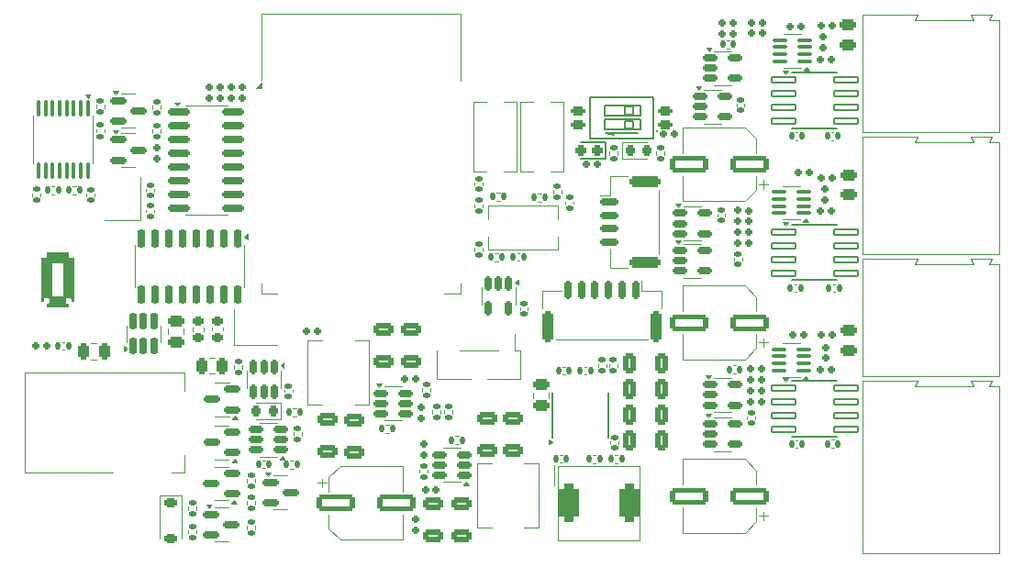
<source format=gbr>
%TF.GenerationSoftware,KiCad,Pcbnew,8.0.4*%
%TF.CreationDate,2025-02-12T03:18:48+01:00*%
%TF.ProjectId,SimpleLedController,53696d70-6c65-44c6-9564-436f6e74726f,A*%
%TF.SameCoordinates,Original*%
%TF.FileFunction,Legend,Top*%
%TF.FilePolarity,Positive*%
%FSLAX46Y46*%
G04 Gerber Fmt 4.6, Leading zero omitted, Abs format (unit mm)*
G04 Created by KiCad (PCBNEW 8.0.4) date 2025-02-12 03:18:48*
%MOMM*%
%LPD*%
G01*
G04 APERTURE LIST*
G04 Aperture macros list*
%AMRoundRect*
0 Rectangle with rounded corners*
0 $1 Rounding radius*
0 $2 $3 $4 $5 $6 $7 $8 $9 X,Y pos of 4 corners*
0 Add a 4 corners polygon primitive as box body*
4,1,4,$2,$3,$4,$5,$6,$7,$8,$9,$2,$3,0*
0 Add four circle primitives for the rounded corners*
1,1,$1+$1,$2,$3*
1,1,$1+$1,$4,$5*
1,1,$1+$1,$6,$7*
1,1,$1+$1,$8,$9*
0 Add four rect primitives between the rounded corners*
20,1,$1+$1,$2,$3,$4,$5,0*
20,1,$1+$1,$4,$5,$6,$7,0*
20,1,$1+$1,$6,$7,$8,$9,0*
20,1,$1+$1,$8,$9,$2,$3,0*%
G04 Aperture macros list end*
%ADD10C,0.120000*%
%ADD11C,0.150000*%
%ADD12RoundRect,0.100000X0.562500X0.100000X-0.562500X0.100000X-0.562500X-0.100000X0.562500X-0.100000X0*%
%ADD13RoundRect,0.462500X-0.462500X-1.287500X0.462500X-1.287500X0.462500X1.287500X-0.462500X1.287500X0*%
%ADD14C,1.296000*%
%ADD15RoundRect,0.135000X-0.135000X-0.185000X0.135000X-0.185000X0.135000X0.185000X-0.135000X0.185000X0*%
%ADD16RoundRect,0.140000X0.170000X-0.140000X0.170000X0.140000X-0.170000X0.140000X-0.170000X-0.140000X0*%
%ADD17R,1.000000X1.250000*%
%ADD18RoundRect,0.140000X-0.170000X0.140000X-0.170000X-0.140000X0.170000X-0.140000X0.170000X0.140000X0*%
%ADD19RoundRect,0.140000X0.140000X0.170000X-0.140000X0.170000X-0.140000X-0.170000X0.140000X-0.170000X0*%
%ADD20RoundRect,0.159000X-0.159000X-0.189000X0.159000X-0.189000X0.159000X0.189000X-0.159000X0.189000X0*%
%ADD21RoundRect,0.135000X-0.185000X0.135000X-0.185000X-0.135000X0.185000X-0.135000X0.185000X0.135000X0*%
%ADD22RoundRect,0.150000X-0.512500X-0.150000X0.512500X-0.150000X0.512500X0.150000X-0.512500X0.150000X0*%
%ADD23RoundRect,0.200000X0.450000X0.200000X-0.450000X0.200000X-0.450000X-0.200000X0.450000X-0.200000X0*%
%ADD24RoundRect,0.135000X0.185000X-0.135000X0.185000X0.135000X-0.185000X0.135000X-0.185000X-0.135000X0*%
%ADD25RoundRect,0.250000X-0.250000X-0.475000X0.250000X-0.475000X0.250000X0.475000X-0.250000X0.475000X0*%
%ADD26C,5.600000*%
%ADD27RoundRect,0.150000X-0.587500X-0.150000X0.587500X-0.150000X0.587500X0.150000X-0.587500X0.150000X0*%
%ADD28R,2.400000X3.100000*%
%ADD29RoundRect,0.070000X-1.100000X-0.250000X1.100000X-0.250000X1.100000X0.250000X-1.100000X0.250000X0*%
%ADD30C,0.740000*%
%ADD31C,0.770000*%
%ADD32RoundRect,0.159000X0.159000X0.189000X-0.159000X0.189000X-0.159000X-0.189000X0.159000X-0.189000X0*%
%ADD33RoundRect,0.135000X0.135000X0.185000X-0.135000X0.185000X-0.135000X-0.185000X0.135000X-0.185000X0*%
%ADD34RoundRect,0.266521X0.671479X-0.346479X0.671479X0.346479X-0.671479X0.346479X-0.671479X-0.346479X0*%
%ADD35RoundRect,0.250000X-0.475000X0.250000X-0.475000X-0.250000X0.475000X-0.250000X0.475000X0.250000X0*%
%ADD36RoundRect,0.266521X-0.671479X0.346479X-0.671479X-0.346479X0.671479X-0.346479X0.671479X0.346479X0*%
%ADD37RoundRect,0.266521X0.346479X0.671479X-0.346479X0.671479X-0.346479X-0.671479X0.346479X-0.671479X0*%
%ADD38RoundRect,0.159000X-0.189000X0.159000X-0.189000X-0.159000X0.189000X-0.159000X0.189000X0.159000X0*%
%ADD39RoundRect,0.159000X0.189000X-0.159000X0.189000X0.159000X-0.189000X0.159000X-0.189000X-0.159000X0*%
%ADD40RoundRect,0.150000X-0.150000X0.512500X-0.150000X-0.512500X0.150000X-0.512500X0.150000X0.512500X0*%
%ADD41RoundRect,0.150000X-0.825000X-0.150000X0.825000X-0.150000X0.825000X0.150000X-0.825000X0.150000X0*%
%ADD42RoundRect,0.140000X-0.140000X-0.170000X0.140000X-0.170000X0.140000X0.170000X-0.140000X0.170000X0*%
%ADD43R,2.500000X1.900000*%
%ADD44R,2.000000X4.500000*%
%ADD45O,2.000000X4.000000*%
%ADD46O,4.000000X2.000000*%
%ADD47R,3.960000X1.980000*%
%ADD48O,3.960000X1.980000*%
%ADD49RoundRect,0.150000X0.512500X0.150000X-0.512500X0.150000X-0.512500X-0.150000X0.512500X-0.150000X0*%
%ADD50RoundRect,0.225000X-0.375000X0.225000X-0.375000X-0.225000X0.375000X-0.225000X0.375000X0.225000X0*%
%ADD51RoundRect,0.267317X0.470683X-0.280683X0.470683X0.280683X-0.470683X0.280683X-0.470683X-0.280683X0*%
%ADD52RoundRect,0.225000X0.250000X-0.225000X0.250000X0.225000X-0.250000X0.225000X-0.250000X-0.225000X0*%
%ADD53R,1.500000X0.900000*%
%ADD54R,0.900000X1.500000*%
%ADD55C,0.600000*%
%ADD56R,3.900000X3.900000*%
%ADD57RoundRect,0.250000X1.500000X0.550000X-1.500000X0.550000X-1.500000X-0.550000X1.500000X-0.550000X0*%
%ADD58RoundRect,0.250000X-1.500000X-0.550000X1.500000X-0.550000X1.500000X0.550000X-1.500000X0.550000X0*%
%ADD59RoundRect,0.250000X0.250000X0.475000X-0.250000X0.475000X-0.250000X-0.475000X0.250000X-0.475000X0*%
%ADD60R,1.400000X0.300000*%
%ADD61R,1.400000X0.500000*%
%ADD62O,2.300000X1.300000*%
%ADD63O,2.100000X1.300000*%
%ADD64RoundRect,0.500000X-1.000000X2.000000X-1.000000X-2.000000X1.000000X-2.000000X1.000000X2.000000X0*%
%ADD65RoundRect,0.218750X0.218750X0.256250X-0.218750X0.256250X-0.218750X-0.256250X0.218750X-0.256250X0*%
%ADD66R,0.802000X1.505000*%
%ADD67R,3.502000X2.613000*%
%ADD68RoundRect,0.150000X0.587500X0.150000X-0.587500X0.150000X-0.587500X-0.150000X0.587500X-0.150000X0*%
%ADD69RoundRect,0.150000X0.150000X-0.650000X0.150000X0.650000X-0.150000X0.650000X-0.150000X-0.650000X0*%
%ADD70R,1.400000X1.200000*%
%ADD71RoundRect,0.239000X0.239000X0.274000X-0.239000X0.274000X-0.239000X-0.274000X0.239000X-0.274000X0*%
%ADD72RoundRect,0.150000X0.150000X0.700000X-0.150000X0.700000X-0.150000X-0.700000X0.150000X-0.700000X0*%
%ADD73RoundRect,0.250000X0.250000X1.150000X-0.250000X1.150000X-0.250000X-1.150000X0.250000X-1.150000X0*%
%ADD74RoundRect,0.218750X-0.218750X-0.256250X0.218750X-0.256250X0.218750X0.256250X-0.218750X0.256250X0*%
%ADD75R,1.250000X1.000000*%
%ADD76RoundRect,0.250000X0.475000X-0.250000X0.475000X0.250000X-0.475000X0.250000X-0.475000X-0.250000X0*%
%ADD77R,1.000000X2.510000*%
%ADD78R,1.200000X1.400000*%
%ADD79RoundRect,0.150000X-0.150000X0.725000X-0.150000X-0.725000X0.150000X-0.725000X0.150000X0.725000X0*%
%ADD80RoundRect,0.150000X-0.700000X0.150000X-0.700000X-0.150000X0.700000X-0.150000X0.700000X0.150000X0*%
%ADD81RoundRect,0.250000X-1.150000X0.250000X-1.150000X-0.250000X1.150000X-0.250000X1.150000X0.250000X0*%
%ADD82RoundRect,0.100000X-0.100000X0.637500X-0.100000X-0.637500X0.100000X-0.637500X0.100000X0.637500X0*%
G04 APERTURE END LIST*
D10*
%TO.C,U10*%
X170172283Y-77804861D02*
X169372283Y-77804861D01*
X170172283Y-77804861D02*
X170972283Y-77804861D01*
X170172283Y-80924861D02*
X169372283Y-80924861D01*
X170172283Y-80924861D02*
X170972283Y-80924861D01*
X171712283Y-81179861D02*
X171232283Y-81179861D01*
X171472283Y-80849861D01*
X171712283Y-81179861D01*
G36*
X171712283Y-81179861D02*
G01*
X171232283Y-81179861D01*
X171472283Y-80849861D01*
X171712283Y-81179861D01*
G37*
%TO.C,U7*%
X170183000Y-92295000D02*
X169383000Y-92295000D01*
X170183000Y-92295000D02*
X170983000Y-92295000D01*
X170183000Y-95415000D02*
X169383000Y-95415000D01*
X170183000Y-95415000D02*
X170983000Y-95415000D01*
X171723000Y-95670000D02*
X171243000Y-95670000D01*
X171483000Y-95340000D01*
X171723000Y-95670000D01*
G36*
X171723000Y-95670000D02*
G01*
X171243000Y-95670000D01*
X171483000Y-95340000D01*
X171723000Y-95670000D01*
G37*
%TO.C,U9*%
X170284600Y-63761202D02*
X169484600Y-63761202D01*
X170284600Y-63761202D02*
X171084600Y-63761202D01*
X170284600Y-66881202D02*
X169484600Y-66881202D01*
X170284600Y-66881202D02*
X171084600Y-66881202D01*
X171824600Y-67136202D02*
X171344600Y-67136202D01*
X171584600Y-66806202D01*
X171824600Y-67136202D01*
G36*
X171824600Y-67136202D02*
G01*
X171344600Y-67136202D01*
X171584600Y-66806202D01*
X171824600Y-67136202D01*
G37*
%TO.C,L3*%
X148278400Y-105488400D02*
X148278400Y-103608600D01*
X148658400Y-103668400D02*
X148658400Y-110508400D01*
X148658400Y-103668400D02*
X156198400Y-103668400D01*
X148658400Y-110508400D02*
X156198400Y-110508400D01*
X156198400Y-103668400D02*
X156198400Y-110508400D01*
%TO.C,R20*%
X132726959Y-99825000D02*
X133034241Y-99825000D01*
X132726959Y-100585000D02*
X133034241Y-100585000D01*
%TO.C,C87*%
X165124000Y-70470436D02*
X165124000Y-70254764D01*
X165844000Y-70470436D02*
X165844000Y-70254764D01*
%TO.C,SW4*%
X140852600Y-70081000D02*
X140852600Y-76481000D01*
X140852600Y-76481000D02*
X142052600Y-76481000D01*
X142052600Y-70081000D02*
X140852600Y-70081000D01*
X143652600Y-76481000D02*
X144852600Y-76481000D01*
X144852600Y-70081000D02*
X143652600Y-70081000D01*
X144852600Y-76481000D02*
X144852600Y-70081000D01*
%TO.C,C31*%
X110648133Y-80031164D02*
X110648133Y-80246836D01*
X111368133Y-80031164D02*
X111368133Y-80246836D01*
%TO.C,C86*%
X170773436Y-72862202D02*
X170557764Y-72862202D01*
X170773436Y-73582202D02*
X170557764Y-73582202D01*
%TO.C,R48*%
X153406600Y-74651359D02*
X153406600Y-74958641D01*
X154166600Y-74651359D02*
X154166600Y-74958641D01*
%TO.C,U32*%
X161019100Y-83151000D02*
X160219100Y-83151000D01*
X161019100Y-83151000D02*
X161819100Y-83151000D01*
X161019100Y-86271000D02*
X160219100Y-86271000D01*
X161019100Y-86271000D02*
X161819100Y-86271000D01*
X159719100Y-83201000D02*
X159479100Y-82871000D01*
X159959100Y-82871000D01*
X159719100Y-83201000D01*
G36*
X159719100Y-83201000D02*
G01*
X159479100Y-82871000D01*
X159959100Y-82871000D01*
X159719100Y-83201000D01*
G37*
D11*
%TO.C,S1*%
X151636600Y-69603000D02*
X151636600Y-73403000D01*
X151636600Y-73403000D02*
X157436600Y-73403000D01*
X152936600Y-70403000D02*
X156236600Y-70403000D01*
X152936600Y-71303000D02*
X152936600Y-70403000D01*
X152936600Y-71703000D02*
X156236600Y-71703000D01*
X152936600Y-72603000D02*
X152936600Y-71703000D01*
X153036600Y-72903000D02*
X153836600Y-73103000D01*
X154836600Y-70503000D02*
X154836600Y-71203000D01*
X154836600Y-71203000D02*
X155536600Y-71203000D01*
X154836600Y-71803000D02*
X154836600Y-72503000D01*
X154836600Y-72503000D02*
X155536600Y-72503000D01*
X155536600Y-70503000D02*
X154836600Y-70503000D01*
X155536600Y-71203000D02*
X155536600Y-70503000D01*
X155536600Y-71803000D02*
X154836600Y-71803000D01*
X155536600Y-72503000D02*
X155536600Y-71803000D01*
X156036600Y-72903000D02*
X153036600Y-72903000D01*
X156236600Y-70403000D02*
X156236600Y-71303000D01*
X156236600Y-71303000D02*
X152936600Y-71303000D01*
X156236600Y-71703000D02*
X156236600Y-72603000D01*
X156236600Y-72603000D02*
X152936600Y-72603000D01*
X157436600Y-69603000D02*
X151636600Y-69603000D01*
X157436600Y-73403000D02*
X157436600Y-69603000D01*
X157816600Y-72753000D02*
G75*
G02*
X157756600Y-72753000I-30000J0D01*
G01*
X157756600Y-72753000D02*
G75*
G02*
X157816600Y-72753000I30000J0D01*
G01*
D10*
%TO.C,R13*%
X148208907Y-78514641D02*
X148208907Y-78207359D01*
X148968907Y-78514641D02*
X148968907Y-78207359D01*
%TO.C,C4*%
X116444348Y-93683000D02*
X116966852Y-93683000D01*
X116444348Y-95153000D02*
X116966852Y-95153000D01*
%TO.C,Q9*%
X117582500Y-107509203D02*
X116932500Y-107509203D01*
X117582500Y-107509203D02*
X118232500Y-107509203D01*
X117582500Y-110629203D02*
X116932500Y-110629203D01*
X117582500Y-110629203D02*
X118232500Y-110629203D01*
X116420000Y-107559203D02*
X116180000Y-107229203D01*
X116660000Y-107229203D01*
X116420000Y-107559203D01*
G36*
X116420000Y-107559203D02*
G01*
X116180000Y-107229203D01*
X116660000Y-107229203D01*
X116420000Y-107559203D01*
G37*
%TO.C,U25*%
X163813100Y-95536000D02*
X163013100Y-95536000D01*
X163813100Y-95536000D02*
X164613100Y-95536000D01*
X163813100Y-98656000D02*
X163013100Y-98656000D01*
X163813100Y-98656000D02*
X164613100Y-98656000D01*
X162513100Y-95586000D02*
X162273100Y-95256000D01*
X162753100Y-95256000D01*
X162513100Y-95586000D01*
G36*
X162513100Y-95586000D02*
G01*
X162273100Y-95256000D01*
X162753100Y-95256000D01*
X162513100Y-95586000D01*
G37*
%TO.C,R3*%
X118761153Y-94352223D02*
X118761153Y-94659505D01*
X119521153Y-94352223D02*
X119521153Y-94659505D01*
%TO.C,C92*%
X163326100Y-80412164D02*
X163326100Y-80627836D01*
X164046100Y-80412164D02*
X164046100Y-80627836D01*
D11*
%TO.C,U24*%
X170229251Y-95794612D02*
X174379251Y-95794612D01*
X170229251Y-100944612D02*
X174379251Y-100944612D01*
D10*
X169629251Y-95894612D02*
X169389251Y-95564612D01*
X169869251Y-95564612D01*
X169629251Y-95894612D01*
G36*
X169629251Y-95894612D02*
G01*
X169389251Y-95564612D01*
X169869251Y-95564612D01*
X169629251Y-95894612D01*
G37*
%TO.C,R19*%
X139485529Y-100909800D02*
X139178247Y-100909800D01*
X139485529Y-101669800D02*
X139178247Y-101669800D01*
%TO.C,R9*%
X146762959Y-78489000D02*
X147070241Y-78489000D01*
X146762959Y-79249000D02*
X147070241Y-79249000D01*
%TO.C,R1*%
X135877088Y-104296241D02*
X135877088Y-103988959D01*
X136637088Y-104296241D02*
X136637088Y-103988959D01*
%TO.C,C1*%
X105145600Y-78750836D02*
X105145600Y-78535164D01*
X105865600Y-78750836D02*
X105865600Y-78535164D01*
%TO.C,C54*%
X146359400Y-96856748D02*
X146359400Y-97379252D01*
X147829400Y-96856748D02*
X147829400Y-97379252D01*
%TO.C,Q4*%
X123040600Y-104553000D02*
X122390600Y-104553000D01*
X123040600Y-104553000D02*
X123690600Y-104553000D01*
X123040600Y-107673000D02*
X122390600Y-107673000D01*
X123040600Y-107673000D02*
X123690600Y-107673000D01*
X121878100Y-104603000D02*
X121638100Y-104273000D01*
X122118100Y-104273000D01*
X121878100Y-104603000D01*
G36*
X121878100Y-104603000D02*
G01*
X121638100Y-104273000D01*
X122118100Y-104273000D01*
X121878100Y-104603000D01*
G37*
%TO.C,R25*%
X152350600Y-94546641D02*
X152350600Y-94239359D01*
X153110600Y-94546641D02*
X153110600Y-94239359D01*
%TO.C,U2*%
X119956600Y-95633000D02*
X119956600Y-94833000D01*
X119956600Y-95633000D02*
X119956600Y-96433000D01*
X123076600Y-95633000D02*
X123076600Y-94833000D01*
X123076600Y-95633000D02*
X123076600Y-96433000D01*
X123356600Y-94573000D02*
X123026600Y-94333000D01*
X123356600Y-94093000D01*
X123356600Y-94573000D01*
G36*
X123356600Y-94573000D02*
G01*
X123026600Y-94333000D01*
X123356600Y-94093000D01*
X123356600Y-94573000D01*
G37*
%TO.C,U18*%
X116182600Y-70380000D02*
X114232600Y-70380000D01*
X116182600Y-70380000D02*
X118132600Y-70380000D01*
X116182600Y-80500000D02*
X114232600Y-80500000D01*
X116182600Y-80500000D02*
X118132600Y-80500000D01*
X113482600Y-70435000D02*
X113242600Y-70105000D01*
X113722600Y-70105000D01*
X113482600Y-70435000D01*
G36*
X113482600Y-70435000D02*
G01*
X113242600Y-70105000D01*
X113722600Y-70105000D01*
X113482600Y-70435000D01*
G37*
%TO.C,C55*%
X149066764Y-94511000D02*
X149282436Y-94511000D01*
X149066764Y-95231000D02*
X149282436Y-95231000D01*
%TO.C,R21*%
X151836959Y-102613000D02*
X152144241Y-102613000D01*
X151836959Y-103373000D02*
X152144241Y-103373000D01*
%TO.C,R17*%
X140948600Y-83848641D02*
X140948600Y-83541359D01*
X141708600Y-83848641D02*
X141708600Y-83541359D01*
%TO.C,L1*%
X125514600Y-92038000D02*
X126864600Y-92038000D01*
X125514600Y-97958000D02*
X125514600Y-92038000D01*
X125514600Y-97958000D02*
X126864600Y-97958000D01*
X131234600Y-92038000D02*
X129884600Y-92038000D01*
X131234600Y-97958000D02*
X129884600Y-97958000D01*
X131234600Y-97958000D02*
X131234600Y-92038000D01*
%TO.C,R43*%
X124249100Y-100559359D02*
X124249100Y-100866641D01*
X125009100Y-100559359D02*
X125009100Y-100866641D01*
%TO.C,J1*%
X99468600Y-95042000D02*
X99468600Y-104282000D01*
X99468600Y-104282000D02*
X107588600Y-104282000D01*
X112988600Y-104282000D02*
X114208600Y-104282000D01*
X114208600Y-95042000D02*
X99468600Y-95042000D01*
X114208600Y-96712000D02*
X114208600Y-95042000D01*
X114208600Y-104282000D02*
X114208600Y-102612000D01*
%TO.C,C53*%
X151052764Y-94508000D02*
X151268436Y-94508000D01*
X151052764Y-95228000D02*
X151268436Y-95228000D01*
%TO.C,J5*%
X176771941Y-95774714D02*
X176771941Y-111674714D01*
X176771941Y-111674714D02*
X189371941Y-111674714D01*
X181571941Y-96274714D02*
X181821941Y-95774714D01*
X181821941Y-95774714D02*
X176771941Y-95774714D01*
X186721941Y-95774714D02*
X186971941Y-96274714D01*
X186971941Y-96274714D02*
X181571941Y-96274714D01*
X188421941Y-96274714D02*
X188721941Y-95774714D01*
X188721941Y-95774714D02*
X186721941Y-95774714D01*
X189371941Y-96274714D02*
X188421941Y-96274714D01*
X189371941Y-111674714D02*
X189371941Y-96274714D01*
%TO.C,C12*%
X137062400Y-98527359D02*
X137062400Y-98834641D01*
X137822400Y-98527359D02*
X137822400Y-98834641D01*
%TO.C,C13*%
X149350600Y-79484836D02*
X149350600Y-79269164D01*
X150070600Y-79484836D02*
X150070600Y-79269164D01*
%TO.C,U5*%
X138870300Y-102015800D02*
X138070300Y-102015800D01*
X138870300Y-102015800D02*
X139670300Y-102015800D01*
X138870300Y-105135800D02*
X138070300Y-105135800D01*
X138870300Y-105135800D02*
X139670300Y-105135800D01*
X140410300Y-105415800D02*
X139930300Y-105415800D01*
X140170300Y-105085800D01*
X140410300Y-105415800D01*
G36*
X140410300Y-105415800D02*
G01*
X139930300Y-105415800D01*
X140170300Y-105085800D01*
X140410300Y-105415800D01*
G37*
%TO.C,R15*%
X143126119Y-83986511D02*
X142818837Y-83986511D01*
X143126119Y-84746511D02*
X142818837Y-84746511D01*
%TO.C,D4*%
X111880600Y-106355000D02*
X111880600Y-110365000D01*
X113880600Y-106355000D02*
X111880600Y-106355000D01*
X113880600Y-106355000D02*
X113880600Y-110365000D01*
%TO.C,C93*%
X164895400Y-84450764D02*
X164895400Y-84666436D01*
X165615400Y-84450764D02*
X165615400Y-84666436D01*
%TO.C,C90*%
X174014764Y-86891000D02*
X174230436Y-86891000D01*
X174014764Y-87611000D02*
X174230436Y-87611000D01*
%TO.C,U8*%
X141587200Y-87993100D02*
X141587200Y-87193100D01*
X141587200Y-87993100D02*
X141587200Y-88793100D01*
X144707200Y-87993100D02*
X144707200Y-87193100D01*
X144707200Y-87993100D02*
X144707200Y-88793100D01*
X144987200Y-86933100D02*
X144657200Y-86693100D01*
X144987200Y-86453100D01*
X144987200Y-86933100D01*
G36*
X144987200Y-86933100D02*
G01*
X144657200Y-86693100D01*
X144987200Y-86453100D01*
X144987200Y-86933100D01*
G37*
%TO.C,U29*%
X163862500Y-65371000D02*
X163062500Y-65371000D01*
X163862500Y-65371000D02*
X164662500Y-65371000D01*
X163862500Y-68491000D02*
X163062500Y-68491000D01*
X163862500Y-68491000D02*
X164662500Y-68491000D01*
X162562500Y-65421000D02*
X162322500Y-65091000D01*
X162802500Y-65091000D01*
X162562500Y-65421000D01*
G36*
X162562500Y-65421000D02*
G01*
X162322500Y-65091000D01*
X162802500Y-65091000D01*
X162562500Y-65421000D01*
G37*
%TO.C,SW1*%
X145170600Y-70081000D02*
X145170600Y-76481000D01*
X145170600Y-76481000D02*
X146370600Y-76481000D01*
X146370600Y-70081000D02*
X145170600Y-70081000D01*
X147970600Y-76481000D02*
X149170600Y-76481000D01*
X149170600Y-70081000D02*
X147970600Y-70081000D01*
X149170600Y-76481000D02*
X149170600Y-70081000D01*
%TO.C,C44*%
X121408764Y-103147000D02*
X121624436Y-103147000D01*
X121408764Y-103867000D02*
X121624436Y-103867000D01*
%TO.C,C33*%
X114910600Y-91181580D02*
X114910600Y-90900420D01*
X115930600Y-91181580D02*
X115930600Y-90900420D01*
%TO.C,C80*%
X173887764Y-101242000D02*
X174103436Y-101242000D01*
X173887764Y-101962000D02*
X174103436Y-101962000D01*
%TO.C,R18*%
X142952959Y-78424000D02*
X143260241Y-78424000D01*
X142952959Y-79184000D02*
X143260241Y-79184000D01*
%TO.C,C91*%
X170667936Y-86891000D02*
X170452264Y-86891000D01*
X170667936Y-87611000D02*
X170452264Y-87611000D01*
%TO.C,U22*%
X121262808Y-61932820D02*
X121262808Y-68132820D01*
X121262808Y-61932820D02*
X139662808Y-61932820D01*
X121262808Y-86782820D02*
X121262808Y-87782820D01*
X121262808Y-87782820D02*
X122762808Y-87782820D01*
X139662808Y-61932820D02*
X139662808Y-68132820D01*
X139662808Y-87782820D02*
X138162808Y-87782820D01*
X139662808Y-87782820D02*
X139662808Y-86782820D01*
X121262808Y-68807820D02*
X120762808Y-68807820D01*
X121262808Y-68307820D01*
X121262808Y-68807820D01*
G36*
X121262808Y-68807820D02*
G01*
X120762808Y-68807820D01*
X121262808Y-68307820D01*
X121262808Y-68807820D01*
G37*
%TO.C,C79*%
X160143600Y-103018000D02*
X160143600Y-105368000D01*
X160143600Y-109838000D02*
X160143600Y-107488000D01*
X165899163Y-103018000D02*
X160143600Y-103018000D01*
X165899163Y-109838000D02*
X160143600Y-109838000D01*
X166963600Y-104082437D02*
X165899163Y-103018000D01*
X166963600Y-104082437D02*
X166963600Y-105368000D01*
X166963600Y-108773563D02*
X165899163Y-109838000D01*
X166963600Y-108773563D02*
X166963600Y-107488000D01*
X167597350Y-108669250D02*
X167597350Y-107881750D01*
X167991100Y-108275500D02*
X167203600Y-108275500D01*
%TO.C,R22*%
X106027816Y-70333359D02*
X106027816Y-70640641D01*
X106787816Y-70333359D02*
X106787816Y-70640641D01*
%TO.C,C81*%
X170773436Y-101281612D02*
X170557764Y-101281612D01*
X170773436Y-102001612D02*
X170557764Y-102001612D01*
%TO.C,R28*%
X123902959Y-103127000D02*
X124210241Y-103127000D01*
X123902959Y-103887000D02*
X124210241Y-103887000D01*
%TO.C,C88*%
X164233164Y-64386600D02*
X164448836Y-64386600D01*
X164233164Y-65106600D02*
X164448836Y-65106600D01*
%TO.C,C3*%
X102882764Y-92225000D02*
X103098436Y-92225000D01*
X102882764Y-92945000D02*
X103098436Y-92945000D01*
%TO.C,R31*%
X153868959Y-102613000D02*
X154176241Y-102613000D01*
X153868959Y-103373000D02*
X154176241Y-103373000D01*
%TO.C,C46*%
X153495600Y-101625836D02*
X153495600Y-101410164D01*
X154215600Y-101625836D02*
X154215600Y-101410164D01*
%TO.C,C29*%
X126477100Y-105215500D02*
X127264600Y-105215500D01*
X126870850Y-104821750D02*
X126870850Y-105609250D01*
X127504600Y-104717437D02*
X127504600Y-106003000D01*
X127504600Y-104717437D02*
X128569037Y-103653000D01*
X127504600Y-109408563D02*
X127504600Y-108123000D01*
X127504600Y-109408563D02*
X128569037Y-110473000D01*
X128569037Y-103653000D02*
X134324600Y-103653000D01*
X128569037Y-110473000D02*
X134324600Y-110473000D01*
X134324600Y-103653000D02*
X134324600Y-106003000D01*
X134324600Y-110473000D02*
X134324600Y-108123000D01*
%TO.C,R36*%
X111230600Y-72621359D02*
X111230600Y-72928641D01*
X111990600Y-72621359D02*
X111990600Y-72928641D01*
%TO.C,C45*%
X106080652Y-92358000D02*
X105558148Y-92358000D01*
X106080652Y-93828000D02*
X105558148Y-93828000D01*
%TO.C,R42*%
X119945100Y-104877359D02*
X119945100Y-105184641D01*
X120705100Y-104877359D02*
X120705100Y-105184641D01*
%TO.C,R39*%
X119945100Y-106909359D02*
X119945100Y-107216641D01*
X120705100Y-106909359D02*
X120705100Y-107216641D01*
%TO.C,D2*%
X120759256Y-99326914D02*
X123044256Y-99326914D01*
X123044256Y-97856914D02*
X120759256Y-97856914D01*
X123044256Y-99326914D02*
X123044256Y-97856914D01*
D11*
%TO.C,U20*%
X148151600Y-101010000D02*
X148151600Y-96860000D01*
X153301600Y-101010000D02*
X153301600Y-96860000D01*
D10*
X148151600Y-101435000D02*
X147821600Y-101675000D01*
X147821600Y-101195000D01*
X148151600Y-101435000D01*
G36*
X148151600Y-101435000D02*
G01*
X147821600Y-101675000D01*
X147821600Y-101195000D01*
X148151600Y-101435000D01*
G37*
%TO.C,Q10*%
X117628100Y-99915000D02*
X116978100Y-99915000D01*
X117628100Y-99915000D02*
X118278100Y-99915000D01*
X117628100Y-103035000D02*
X116978100Y-103035000D01*
X117628100Y-103035000D02*
X118278100Y-103035000D01*
X119030600Y-103315000D02*
X118550600Y-103315000D01*
X118790600Y-102985000D01*
X119030600Y-103315000D01*
G36*
X119030600Y-103315000D02*
G01*
X118550600Y-103315000D01*
X118790600Y-102985000D01*
X119030600Y-103315000D01*
G37*
%TO.C,Q7*%
X108992100Y-72956000D02*
X108342100Y-72956000D01*
X108992100Y-72956000D02*
X109642100Y-72956000D01*
X108992100Y-76076000D02*
X108342100Y-76076000D01*
X108992100Y-76076000D02*
X109642100Y-76076000D01*
X107829600Y-73006000D02*
X107589600Y-72676000D01*
X108069600Y-72676000D01*
X107829600Y-73006000D01*
G36*
X107829600Y-73006000D02*
G01*
X107589600Y-72676000D01*
X108069600Y-72676000D01*
X107829600Y-73006000D01*
G37*
%TO.C,U28*%
X162924100Y-68927000D02*
X162124100Y-68927000D01*
X162924100Y-68927000D02*
X163724100Y-68927000D01*
X162924100Y-72047000D02*
X162124100Y-72047000D01*
X162924100Y-72047000D02*
X163724100Y-72047000D01*
X161624100Y-68977000D02*
X161384100Y-68647000D01*
X161864100Y-68647000D01*
X161624100Y-68977000D01*
G36*
X161624100Y-68977000D02*
G01*
X161384100Y-68647000D01*
X161864100Y-68647000D01*
X161624100Y-68977000D01*
G37*
%TO.C,R35*%
X111230600Y-70434959D02*
X111230600Y-70742241D01*
X111990600Y-70434959D02*
X111990600Y-70742241D01*
%TO.C,U4*%
X108846600Y-91449000D02*
X108846600Y-90674000D01*
X108846600Y-91449000D02*
X108846600Y-92224000D01*
X111966600Y-91449000D02*
X111966600Y-90674000D01*
X111966600Y-91449000D02*
X111966600Y-92224000D01*
X108896600Y-92811500D02*
X108566600Y-93051500D01*
X108566600Y-92571500D01*
X108896600Y-92811500D01*
G36*
X108896600Y-92811500D02*
G01*
X108566600Y-93051500D01*
X108566600Y-92571500D01*
X108896600Y-92811500D01*
G37*
%TO.C,Q6*%
X108992100Y-69334000D02*
X108342100Y-69334000D01*
X108992100Y-69334000D02*
X109642100Y-69334000D01*
X108992100Y-72454000D02*
X108342100Y-72454000D01*
X108992100Y-72454000D02*
X109642100Y-72454000D01*
X107829600Y-69384000D02*
X107589600Y-69054000D01*
X108069600Y-69054000D01*
X107829600Y-69384000D01*
G36*
X107829600Y-69384000D02*
G01*
X107589600Y-69054000D01*
X108069600Y-69054000D01*
X107829600Y-69384000D01*
G37*
%TO.C,R16*%
X140948600Y-79814641D02*
X140948600Y-79507359D01*
X141708600Y-79814641D02*
X141708600Y-79507359D01*
%TO.C,C16*%
X145094036Y-83995400D02*
X144878364Y-83995400D01*
X145094036Y-84715400D02*
X144878364Y-84715400D01*
%TO.C,C2*%
X123417200Y-96635269D02*
X123417200Y-96850941D01*
X124137200Y-96635269D02*
X124137200Y-96850941D01*
%TO.C,R24*%
X153366600Y-94239359D02*
X153366600Y-94546641D01*
X154126600Y-94239359D02*
X154126600Y-94546641D01*
%TO.C,C50*%
X148812764Y-102639000D02*
X149028436Y-102639000D01*
X148812764Y-103359000D02*
X149028436Y-103359000D01*
%TO.C,L2*%
X141161000Y-103391800D02*
X141161000Y-109311800D01*
X141161000Y-103391800D02*
X142511000Y-103391800D01*
X141161000Y-109311800D02*
X142511000Y-109311800D01*
X146881000Y-103391800D02*
X145531000Y-103391800D01*
X146881000Y-103391800D02*
X146881000Y-109311800D01*
X146881000Y-109311800D02*
X145531000Y-109311800D01*
%TO.C,R6*%
X102184241Y-77813000D02*
X101876959Y-77813000D01*
X102184241Y-78573000D02*
X101876959Y-78573000D01*
%TO.C,Y2*%
X118754600Y-89182400D02*
X118754600Y-92482400D01*
X118754600Y-92482400D02*
X122754600Y-92482400D01*
%TO.C,R23*%
X106038447Y-72874900D02*
X106038447Y-72567618D01*
X106798447Y-72874900D02*
X106798447Y-72567618D01*
%TO.C,R4*%
X100150600Y-78489359D02*
X100150600Y-78796641D01*
X100910600Y-78489359D02*
X100910600Y-78796641D01*
%TO.C,C83*%
X166114600Y-99131964D02*
X166114600Y-99347636D01*
X166834600Y-99131964D02*
X166834600Y-99347636D01*
D11*
%TO.C,D3*%
X150716600Y-75281000D02*
X153006600Y-75281000D01*
X153006600Y-73821000D02*
X150716600Y-73821000D01*
X153006600Y-75281000D02*
X153006600Y-73821000D01*
D10*
%TO.C,C85*%
X173859764Y-72862202D02*
X174075436Y-72862202D01*
X173859764Y-73582202D02*
X174075436Y-73582202D01*
%TO.C,C84*%
X160143600Y-72411000D02*
X160143600Y-74761000D01*
X160143600Y-79231000D02*
X160143600Y-76881000D01*
X165899163Y-72411000D02*
X160143600Y-72411000D01*
X165899163Y-79231000D02*
X160143600Y-79231000D01*
X166963600Y-73475437D02*
X165899163Y-72411000D01*
X166963600Y-73475437D02*
X166963600Y-74761000D01*
X166963600Y-78166563D02*
X165899163Y-79231000D01*
X166963600Y-78166563D02*
X166963600Y-76881000D01*
X167597350Y-78062250D02*
X167597350Y-77274750D01*
X167991100Y-77668500D02*
X167203600Y-77668500D01*
%TO.C,Q3*%
X117655800Y-95966700D02*
X117005800Y-95966700D01*
X117655800Y-95966700D02*
X118305800Y-95966700D01*
X117655800Y-99086700D02*
X117005800Y-99086700D01*
X117655800Y-99086700D02*
X118305800Y-99086700D01*
X119058300Y-99366700D02*
X118578300Y-99366700D01*
X118818300Y-99036700D01*
X119058300Y-99366700D01*
G36*
X119058300Y-99366700D02*
G01*
X118578300Y-99366700D01*
X118818300Y-99036700D01*
X119058300Y-99366700D01*
G37*
%TO.C,C30*%
X110648133Y-78314436D02*
X110648133Y-78098764D01*
X111368133Y-78314436D02*
X111368133Y-78098764D01*
%TO.C,J6*%
X147197400Y-87499200D02*
X148997400Y-87499200D01*
X147197400Y-89099200D02*
X147197400Y-87499200D01*
X156367400Y-87499200D02*
X156367400Y-86559200D01*
X156897400Y-91969200D02*
X148467400Y-91969200D01*
X158167400Y-87499200D02*
X156367400Y-87499200D01*
X158167400Y-89099200D02*
X158167400Y-87499200D01*
%TO.C,D1*%
X154587600Y-73816000D02*
X154587600Y-75286000D01*
X154587600Y-75286000D02*
X156872600Y-75286000D01*
X156872600Y-73816000D02*
X154587600Y-73816000D01*
%TO.C,SW3*%
X142192600Y-79663000D02*
X142192600Y-80863000D01*
X142192600Y-82463000D02*
X142192600Y-83663000D01*
X142192600Y-83663000D02*
X148592600Y-83663000D01*
X148592600Y-79663000D02*
X142192600Y-79663000D01*
X148592600Y-80863000D02*
X148592600Y-79663000D01*
X148592600Y-83663000D02*
X148592600Y-82463000D01*
%TO.C,J14*%
X176761941Y-73274898D02*
X176761941Y-84124898D01*
X176761941Y-84124898D02*
X189361941Y-84124898D01*
X181561941Y-73774898D02*
X181861941Y-73274898D01*
X181861941Y-73274898D02*
X176761941Y-73274898D01*
X186711941Y-73274898D02*
X186961941Y-73774898D01*
X186761941Y-73274898D02*
X186711941Y-73274898D01*
X186961941Y-73774898D02*
X181561941Y-73774898D01*
X188411941Y-73774898D02*
X188661941Y-73274898D01*
X188661941Y-73274898D02*
X186761941Y-73274898D01*
X189361941Y-73774898D02*
X188411941Y-73774898D01*
X189361941Y-84124898D02*
X189361941Y-73774898D01*
%TO.C,R5*%
X103844959Y-77813000D02*
X104152241Y-77813000D01*
X103844959Y-78573000D02*
X104152241Y-78573000D01*
%TO.C,C43*%
X112653600Y-91510252D02*
X112653600Y-90987748D01*
X114123600Y-91510252D02*
X114123600Y-90987748D01*
%TO.C,U6*%
X133401055Y-96337663D02*
X132601055Y-96337663D01*
X133401055Y-96337663D02*
X134201055Y-96337663D01*
X133401055Y-99457663D02*
X132601055Y-99457663D01*
X133401055Y-99457663D02*
X134201055Y-99457663D01*
X132101055Y-96387663D02*
X131861055Y-96057663D01*
X132341055Y-96057663D01*
X132101055Y-96387663D01*
G36*
X132101055Y-96387663D02*
G01*
X131861055Y-96057663D01*
X132341055Y-96057663D01*
X132101055Y-96387663D01*
G37*
%TO.C,J4*%
X137458600Y-92963000D02*
X137458600Y-95623000D01*
X138028600Y-95623000D02*
X137458600Y-95623000D01*
X140568600Y-95623000D02*
X137458600Y-95623000D01*
X143108600Y-92963000D02*
X139548600Y-92963000D01*
X144628600Y-92963000D02*
X144628600Y-91443000D01*
X145198600Y-92963000D02*
X144628600Y-92963000D01*
X145198600Y-92963000D02*
X145198600Y-95623000D01*
X145198600Y-95623000D02*
X142088600Y-95623000D01*
%TO.C,J13*%
X176761941Y-62029990D02*
X176761941Y-72879990D01*
X176761941Y-72879990D02*
X189361941Y-72879990D01*
X181561941Y-62529990D02*
X181861941Y-62029990D01*
X181861941Y-62029990D02*
X176761941Y-62029990D01*
X186711941Y-62029990D02*
X186961941Y-62529990D01*
X186761941Y-62029990D02*
X186711941Y-62029990D01*
X186961941Y-62529990D02*
X181561941Y-62529990D01*
X188411941Y-62529990D02*
X188661941Y-62029990D01*
X188661941Y-62029990D02*
X186761941Y-62029990D01*
X189361941Y-62529990D02*
X188411941Y-62529990D01*
X189361941Y-72879990D02*
X189361941Y-62529990D01*
%TO.C,U1*%
X121903100Y-99661000D02*
X121103100Y-99661000D01*
X121903100Y-99661000D02*
X122703100Y-99661000D01*
X121903100Y-102781000D02*
X121103100Y-102781000D01*
X121903100Y-102781000D02*
X122703100Y-102781000D01*
X123443100Y-103061000D02*
X122963100Y-103061000D01*
X123203100Y-102731000D01*
X123443100Y-103061000D01*
G36*
X123443100Y-103061000D02*
G01*
X122963100Y-103061000D01*
X123203100Y-102731000D01*
X123443100Y-103061000D01*
G37*
%TO.C,R41*%
X119947100Y-109502641D02*
X119947100Y-109195359D01*
X120707100Y-109502641D02*
X120707100Y-109195359D01*
%TO.C,C17*%
X140968600Y-77519164D02*
X140968600Y-77734836D01*
X141688600Y-77519164D02*
X141688600Y-77734836D01*
%TO.C,J12*%
X176761941Y-84519806D02*
X176761941Y-95369806D01*
X176761941Y-95369806D02*
X189361941Y-95369806D01*
X181561941Y-85019806D02*
X181861941Y-84519806D01*
X181861941Y-84519806D02*
X176761941Y-84519806D01*
X186711941Y-84519806D02*
X186961941Y-85019806D01*
X186761941Y-84519806D02*
X186711941Y-84519806D01*
X186961941Y-85019806D02*
X181561941Y-85019806D01*
X188411941Y-85019806D02*
X188661941Y-84519806D01*
X188661941Y-84519806D02*
X186761941Y-84519806D01*
X189361941Y-85019806D02*
X188411941Y-85019806D01*
X189361941Y-95369806D02*
X189361941Y-85019806D01*
%TO.C,R40*%
X114532600Y-107415359D02*
X114532600Y-107722641D01*
X115292600Y-107415359D02*
X115292600Y-107722641D01*
%TO.C,C15*%
X145142800Y-89246536D02*
X145142800Y-89030864D01*
X145862800Y-89246536D02*
X145862800Y-89030864D01*
D11*
%TO.C,U27*%
X170229251Y-67374000D02*
X174379251Y-67374000D01*
X170229251Y-72524000D02*
X174379251Y-72524000D01*
D10*
X169629251Y-67474000D02*
X169389251Y-67144000D01*
X169869251Y-67144000D01*
X169629251Y-67474000D01*
G36*
X169629251Y-67474000D02*
G01*
X169389251Y-67144000D01*
X169869251Y-67144000D01*
X169629251Y-67474000D01*
G37*
%TO.C,Y1*%
X106833400Y-80968600D02*
X110133400Y-80968600D01*
X110133400Y-80968600D02*
X110133400Y-76968600D01*
%TO.C,U26*%
X163813100Y-99158000D02*
X163013100Y-99158000D01*
X163813100Y-99158000D02*
X164613100Y-99158000D01*
X163813100Y-102278000D02*
X163013100Y-102278000D01*
X163813100Y-102278000D02*
X164613100Y-102278000D01*
X162513100Y-99208000D02*
X162273100Y-98878000D01*
X162753100Y-98878000D01*
X162513100Y-99208000D01*
G36*
X162513100Y-99208000D02*
G01*
X162273100Y-98878000D01*
X162753100Y-98878000D01*
X162513100Y-99208000D01*
G37*
%TO.C,Q5*%
X117598448Y-103713693D02*
X116948448Y-103713693D01*
X117598448Y-103713693D02*
X118248448Y-103713693D01*
X117598448Y-106833693D02*
X116948448Y-106833693D01*
X117598448Y-106833693D02*
X118248448Y-106833693D01*
X119000948Y-107113693D02*
X118520948Y-107113693D01*
X118760948Y-106783693D01*
X119000948Y-107113693D01*
G36*
X119000948Y-107113693D02*
G01*
X118520948Y-107113693D01*
X118760948Y-106783693D01*
X119000948Y-107113693D01*
G37*
%TO.C,U19*%
X109598600Y-85219000D02*
X109598600Y-83269000D01*
X109598600Y-85219000D02*
X109598600Y-87169000D01*
X119718600Y-85219000D02*
X119718600Y-83269000D01*
X119718600Y-85219000D02*
X119718600Y-87169000D01*
X119993600Y-82759000D02*
X119663600Y-82519000D01*
X119993600Y-82279000D01*
X119993600Y-82759000D01*
G36*
X119993600Y-82759000D02*
G01*
X119663600Y-82519000D01*
X119993600Y-82279000D01*
X119993600Y-82759000D01*
G37*
%TO.C,R7*%
X124156959Y-98301000D02*
X124464241Y-98301000D01*
X124156959Y-99061000D02*
X124464241Y-99061000D01*
%TO.C,U31*%
X161019100Y-79722000D02*
X160219100Y-79722000D01*
X161019100Y-79722000D02*
X161819100Y-79722000D01*
X161019100Y-82842000D02*
X160219100Y-82842000D01*
X161019100Y-82842000D02*
X161819100Y-82842000D01*
X159719100Y-79772000D02*
X159479100Y-79442000D01*
X159959100Y-79442000D01*
X159719100Y-79772000D01*
G36*
X159719100Y-79772000D02*
G01*
X159479100Y-79442000D01*
X159959100Y-79442000D01*
X159719100Y-79772000D01*
G37*
%TO.C,R47*%
X157724600Y-74649359D02*
X157724600Y-74956641D01*
X158484600Y-74649359D02*
X158484600Y-74956641D01*
%TO.C,C82*%
X165058436Y-94384000D02*
X164842764Y-94384000D01*
X165058436Y-95104000D02*
X164842764Y-95104000D01*
%TO.C,R44*%
X114532600Y-109575359D02*
X114532600Y-109882641D01*
X115292600Y-109575359D02*
X115292600Y-109882641D01*
%TO.C,C89*%
X160143600Y-87016000D02*
X160143600Y-89366000D01*
X160143600Y-93836000D02*
X160143600Y-91486000D01*
X165899163Y-87016000D02*
X160143600Y-87016000D01*
X165899163Y-93836000D02*
X160143600Y-93836000D01*
X166963600Y-88080437D02*
X165899163Y-87016000D01*
X166963600Y-88080437D02*
X166963600Y-89366000D01*
X166963600Y-92771563D02*
X165899163Y-93836000D01*
X166963600Y-92771563D02*
X166963600Y-91486000D01*
X167597350Y-92667250D02*
X167597350Y-91879750D01*
X167991100Y-92273500D02*
X167203600Y-92273500D01*
%TO.C,R10*%
X136122600Y-96495359D02*
X136122600Y-96802641D01*
X136882600Y-96495359D02*
X136882600Y-96802641D01*
%TO.C,C32*%
X116688600Y-91179580D02*
X116688600Y-90898420D01*
X117708600Y-91179580D02*
X117708600Y-90898420D01*
%TO.C,C11*%
X138154600Y-98527359D02*
X138154600Y-98834641D01*
X138914600Y-98527359D02*
X138914600Y-98834641D01*
%TO.C,J2*%
X153438600Y-76920000D02*
X153438600Y-78720000D01*
X153438600Y-78720000D02*
X152498600Y-78720000D01*
X153438600Y-85390000D02*
X153438600Y-83590000D01*
X155038600Y-76920000D02*
X153438600Y-76920000D01*
X155038600Y-85390000D02*
X153438600Y-85390000D01*
X157908600Y-78190000D02*
X157908600Y-84120000D01*
%TO.C,U3*%
X100239600Y-73535000D02*
X100239600Y-71335000D01*
X100239600Y-73535000D02*
X100239600Y-75735000D01*
X105709600Y-73535000D02*
X105709600Y-71335000D01*
X105709600Y-73535000D02*
X105709600Y-75735000D01*
X105249600Y-69675000D02*
X105009600Y-69345000D01*
X105489600Y-69345000D01*
X105249600Y-69675000D01*
G36*
X105249600Y-69675000D02*
G01*
X105009600Y-69345000D01*
X105489600Y-69345000D01*
X105249600Y-69675000D01*
G37*
D11*
%TO.C,U30*%
X170229251Y-81367520D02*
X174379251Y-81367520D01*
X170229251Y-86517520D02*
X174379251Y-86517520D01*
D10*
X169629251Y-81467520D02*
X169389251Y-81137520D01*
X169869251Y-81137520D01*
X169629251Y-81467520D01*
G36*
X169629251Y-81467520D02*
G01*
X169389251Y-81137520D01*
X169869251Y-81137520D01*
X169629251Y-81467520D01*
G37*
%TD*%
%LPC*%
D12*
%TO.C,U10*%
X171309783Y-80339861D03*
X171309783Y-79689861D03*
X171309783Y-79039861D03*
X171309783Y-78389861D03*
X169034783Y-78389861D03*
X169034783Y-79039861D03*
X169034783Y-79689861D03*
X169034783Y-80339861D03*
%TD*%
%TO.C,U7*%
X171320500Y-94830000D03*
X171320500Y-94180000D03*
X171320500Y-93530000D03*
X171320500Y-92880000D03*
X169045500Y-92880000D03*
X169045500Y-93530000D03*
X169045500Y-94180000D03*
X169045500Y-94830000D03*
%TD*%
%TO.C,U9*%
X171422100Y-66296202D03*
X171422100Y-65646202D03*
X171422100Y-64996202D03*
X171422100Y-64346202D03*
X169147100Y-64346202D03*
X169147100Y-64996202D03*
X169147100Y-65646202D03*
X169147100Y-66296202D03*
%TD*%
D13*
%TO.C,L3*%
X149653400Y-107088400D03*
X155203400Y-107088400D03*
%TD*%
D14*
%TO.C,REF\u002A\u002A*%
X107772200Y-109042200D03*
%TD*%
%TO.C,REF\u002A\u002A*%
X107772200Y-66802000D03*
%TD*%
%TO.C,REF\u002A\u002A*%
X187274200Y-109042200D03*
%TD*%
D15*
%TO.C,R20*%
X132370600Y-100205000D03*
X133390600Y-100205000D03*
%TD*%
D16*
%TO.C,C87*%
X165484000Y-70842600D03*
X165484000Y-69882600D03*
%TD*%
D17*
%TO.C,SW4*%
X142852600Y-77156000D03*
X142852600Y-69406000D03*
%TD*%
D18*
%TO.C,C31*%
X111008133Y-79659000D03*
X111008133Y-80619000D03*
%TD*%
D19*
%TO.C,C86*%
X171145600Y-73222202D03*
X170185600Y-73222202D03*
%TD*%
D20*
%TO.C,R34*%
X172834117Y-94812000D03*
X173834117Y-94812000D03*
%TD*%
D21*
%TO.C,R48*%
X153786600Y-74295000D03*
X153786600Y-75315000D03*
%TD*%
D22*
%TO.C,U32*%
X159881600Y-83761000D03*
X159881600Y-84711000D03*
X159881600Y-85661000D03*
X162156600Y-85661000D03*
X162156600Y-83761000D03*
%TD*%
D23*
%TO.C,S1*%
X158536600Y-72133000D03*
X158536600Y-70863000D03*
X150536600Y-70873000D03*
X150536600Y-72143000D03*
%TD*%
D24*
%TO.C,R13*%
X148588907Y-78871000D03*
X148588907Y-77851000D03*
%TD*%
D25*
%TO.C,C4*%
X115755600Y-94418000D03*
X117655600Y-94418000D03*
%TD*%
D26*
%TO.C,H1*%
X103000000Y-108317800D03*
%TD*%
D27*
%TO.C,Q9*%
X116645000Y-108119203D03*
X116645000Y-110019203D03*
X118520000Y-109069203D03*
%TD*%
D22*
%TO.C,U25*%
X162675600Y-96146000D03*
X162675600Y-97096000D03*
X162675600Y-98046000D03*
X164950600Y-98046000D03*
X164950600Y-96146000D03*
%TD*%
D21*
%TO.C,R3*%
X119141153Y-93995864D03*
X119141153Y-95015864D03*
%TD*%
D18*
%TO.C,C92*%
X163686100Y-80040000D03*
X163686100Y-81000000D03*
%TD*%
D20*
%TO.C,R45*%
X172959600Y-91569000D03*
X173959600Y-91569000D03*
%TD*%
D28*
%TO.C,U24*%
X172304251Y-98369612D03*
D29*
X169429251Y-96464612D03*
X169429251Y-97734612D03*
X169429251Y-99004612D03*
X169429251Y-100274612D03*
X175179251Y-100274612D03*
X175179251Y-99004612D03*
X175179251Y-97734612D03*
X175179251Y-96464612D03*
D30*
X171654251Y-97069612D03*
D31*
X171654251Y-98369612D03*
X171654251Y-99669612D03*
X172954251Y-97069612D03*
X172954251Y-98369612D03*
X172954251Y-99669612D03*
%TD*%
D32*
%TO.C,R27*%
X164815600Y-63756000D03*
X163815600Y-63756000D03*
%TD*%
D33*
%TO.C,R19*%
X139841888Y-101289800D03*
X138821888Y-101289800D03*
%TD*%
D15*
%TO.C,R9*%
X146406600Y-78869000D03*
X147426600Y-78869000D03*
%TD*%
D34*
%TO.C,C57*%
X139761800Y-110135800D03*
X139761800Y-107175800D03*
%TD*%
D24*
%TO.C,R1*%
X136257088Y-104652600D03*
X136257088Y-103632600D03*
%TD*%
D16*
%TO.C,C1*%
X105505600Y-79123000D03*
X105505600Y-78163000D03*
%TD*%
D35*
%TO.C,C54*%
X147094400Y-96168000D03*
X147094400Y-98068000D03*
%TD*%
D36*
%TO.C,C7*%
X144513888Y-99260800D03*
X144513888Y-102220800D03*
%TD*%
D37*
%TO.C,C59*%
X158235600Y-96568000D03*
X155275600Y-96568000D03*
%TD*%
D27*
%TO.C,Q4*%
X122103100Y-105163000D03*
X122103100Y-107063000D03*
X123978100Y-106113000D03*
%TD*%
D24*
%TO.C,R25*%
X152730600Y-94903000D03*
X152730600Y-93883000D03*
%TD*%
D38*
%TO.C,R54*%
X167389000Y-94683800D03*
X167389000Y-95683800D03*
%TD*%
D39*
%TO.C,C27*%
X173069083Y-65068797D03*
X173069083Y-64068799D03*
%TD*%
D40*
%TO.C,U2*%
X122466600Y-94495500D03*
X121516600Y-94495500D03*
X120566600Y-94495500D03*
X120566600Y-96770500D03*
X121516600Y-96770500D03*
X122466600Y-96770500D03*
%TD*%
D41*
%TO.C,U18*%
X113707600Y-70995000D03*
X113707600Y-72265000D03*
X113707600Y-73535000D03*
X113707600Y-74805000D03*
X113707600Y-76075000D03*
X113707600Y-77345000D03*
X113707600Y-78615000D03*
X113707600Y-79885000D03*
X118657600Y-79885000D03*
X118657600Y-78615000D03*
X118657600Y-77345000D03*
X118657600Y-76075000D03*
X118657600Y-74805000D03*
X118657600Y-73535000D03*
X118657600Y-72265000D03*
X118657600Y-70995000D03*
%TD*%
D36*
%TO.C,C39*%
X132517555Y-91039663D03*
X132517555Y-93999663D03*
%TD*%
D42*
%TO.C,C55*%
X148694600Y-94871000D03*
X149654600Y-94871000D03*
%TD*%
D15*
%TO.C,R21*%
X151480600Y-102993000D03*
X152500600Y-102993000D03*
%TD*%
D24*
%TO.C,R17*%
X141328600Y-84205000D03*
X141328600Y-83185000D03*
%TD*%
D43*
%TO.C,L1*%
X128374600Y-97048000D03*
X128374600Y-92948000D03*
%TD*%
D34*
%TO.C,C51*%
X127419555Y-102351221D03*
X127419555Y-99391221D03*
%TD*%
D21*
%TO.C,R43*%
X124629100Y-100203000D03*
X124629100Y-101223000D03*
%TD*%
D44*
%TO.C,J1*%
X113488600Y-99662000D03*
D45*
X107288600Y-99662000D03*
D46*
X110288600Y-104362000D03*
%TD*%
D42*
%TO.C,C53*%
X150680600Y-94868000D03*
X151640600Y-94868000D03*
%TD*%
D32*
%TO.C,R55*%
X167482600Y-62740000D03*
X166482600Y-62740000D03*
%TD*%
D47*
%TO.C,J5*%
X183071941Y-109024714D03*
D48*
X183071941Y-104024714D03*
X183071941Y-99024714D03*
%TD*%
D21*
%TO.C,C12*%
X137442400Y-98171000D03*
X137442400Y-99191000D03*
%TD*%
D16*
%TO.C,C13*%
X149710600Y-79857000D03*
X149710600Y-78897000D03*
%TD*%
D20*
%TO.C,R32*%
X166482600Y-63705200D03*
X167482600Y-63705200D03*
%TD*%
%TO.C,R46*%
X172967600Y-62994000D03*
X173967600Y-62994000D03*
%TD*%
D49*
%TO.C,U5*%
X140007800Y-104525800D03*
X140007800Y-103575800D03*
X140007800Y-102625800D03*
X137732800Y-102625800D03*
X137732800Y-103575800D03*
X137732800Y-104525800D03*
%TD*%
D33*
%TO.C,R15*%
X143482478Y-84366511D03*
X142462478Y-84366511D03*
%TD*%
D39*
%TO.C,C28*%
X173281800Y-79115000D03*
X173281800Y-78115000D03*
%TD*%
D50*
%TO.C,D4*%
X112880600Y-107065000D03*
X112880600Y-110365000D03*
%TD*%
D18*
%TO.C,C93*%
X165255400Y-84078600D03*
X165255400Y-85038600D03*
%TD*%
D42*
%TO.C,C90*%
X173642600Y-87251000D03*
X174602600Y-87251000D03*
%TD*%
D51*
%TO.C,R51*%
X175364600Y-64793000D03*
X175364600Y-62973000D03*
%TD*%
D40*
%TO.C,U8*%
X144097200Y-86855600D03*
X143147200Y-86855600D03*
X142197200Y-86855600D03*
X142197200Y-89130600D03*
X144097200Y-89130600D03*
%TD*%
D22*
%TO.C,U29*%
X162725000Y-65981000D03*
X162725000Y-66931000D03*
X162725000Y-67881000D03*
X165000000Y-67881000D03*
X165000000Y-65981000D03*
%TD*%
D17*
%TO.C,SW1*%
X147170600Y-77156000D03*
X147170600Y-69406000D03*
%TD*%
D42*
%TO.C,C44*%
X121036600Y-103507000D03*
X121996600Y-103507000D03*
%TD*%
D52*
%TO.C,C33*%
X115420600Y-91816000D03*
X115420600Y-90266000D03*
%TD*%
D39*
%TO.C,R26*%
X136257088Y-102610600D03*
X136257088Y-101610600D03*
%TD*%
D42*
%TO.C,C80*%
X173515600Y-101602000D03*
X174475600Y-101602000D03*
%TD*%
D15*
%TO.C,R18*%
X142596600Y-78804000D03*
X143616600Y-78804000D03*
%TD*%
D19*
%TO.C,C91*%
X171040100Y-87251000D03*
X170080100Y-87251000D03*
%TD*%
D53*
%TO.C,U22*%
X121712808Y-69572820D03*
X121712808Y-70842820D03*
X121712808Y-72112820D03*
X121712808Y-73382820D03*
X121712808Y-74652820D03*
X121712808Y-75922820D03*
X121712808Y-77192820D03*
X121712808Y-78462820D03*
X121712808Y-79732820D03*
X121712808Y-81002820D03*
X121712808Y-82272820D03*
X121712808Y-83542820D03*
X121712808Y-84812820D03*
X121712808Y-86082820D03*
D54*
X123477808Y-87332820D03*
X124747808Y-87332820D03*
X126017808Y-87332820D03*
X127287808Y-87332820D03*
X128557808Y-87332820D03*
X129827808Y-87332820D03*
X131097808Y-87332820D03*
X132367808Y-87332820D03*
X133637808Y-87332820D03*
X134907808Y-87332820D03*
X136177808Y-87332820D03*
X137447808Y-87332820D03*
D53*
X139212808Y-86082820D03*
X139212808Y-84812820D03*
X139212808Y-83542820D03*
X139212808Y-82272820D03*
X139212808Y-81002820D03*
X139212808Y-79732820D03*
X139212808Y-78462820D03*
X139212808Y-77192820D03*
X139212808Y-75922820D03*
X139212808Y-74652820D03*
X139212808Y-73382820D03*
X139212808Y-72112820D03*
X139212808Y-70842820D03*
X139212808Y-69572820D03*
D55*
X127562808Y-76592820D03*
X127562808Y-77992820D03*
X128262808Y-75892820D03*
X128262808Y-77292820D03*
X128262808Y-78692820D03*
X128962808Y-76592820D03*
D56*
X128962808Y-77292820D03*
D55*
X128962808Y-77992820D03*
X129662808Y-75892820D03*
X129662808Y-77292820D03*
X129662808Y-78692820D03*
X130362808Y-76592820D03*
X130362808Y-77992820D03*
%TD*%
D51*
%TO.C,R50*%
X175447057Y-92987000D03*
X175447057Y-91167000D03*
%TD*%
D39*
%TO.C,R57*%
X166220600Y-83118000D03*
X166220600Y-82118000D03*
%TD*%
D57*
%TO.C,C79*%
X166353600Y-106428000D03*
X160753600Y-106428000D03*
%TD*%
D34*
%TO.C,C8*%
X129880600Y-102373000D03*
X129880600Y-99413000D03*
%TD*%
D21*
%TO.C,R22*%
X106407816Y-69977000D03*
X106407816Y-70997000D03*
%TD*%
D19*
%TO.C,C81*%
X171145600Y-101641612D03*
X170185600Y-101641612D03*
%TD*%
D20*
%TO.C,R49*%
X172959600Y-77091000D03*
X173959600Y-77091000D03*
%TD*%
D15*
%TO.C,R28*%
X123546600Y-103507000D03*
X124566600Y-103507000D03*
%TD*%
D37*
%TO.C,C49*%
X158235600Y-98918000D03*
X155275600Y-98918000D03*
%TD*%
D32*
%TO.C,C23*%
X171300600Y-91569000D03*
X170300600Y-91569000D03*
%TD*%
%TO.C,C40*%
X135478600Y-95633000D03*
X134478600Y-95633000D03*
%TD*%
D36*
%TO.C,C9*%
X142131888Y-99260800D03*
X142131888Y-102220800D03*
%TD*%
D42*
%TO.C,C88*%
X163861000Y-64746600D03*
X164821000Y-64746600D03*
%TD*%
D20*
%TO.C,R37*%
X172824600Y-66169000D03*
X173824600Y-66169000D03*
%TD*%
D42*
%TO.C,C3*%
X102510600Y-92585000D03*
X103470600Y-92585000D03*
%TD*%
D15*
%TO.C,R31*%
X153512600Y-102993000D03*
X154532600Y-102993000D03*
%TD*%
D20*
%TO.C,C25*%
X170823000Y-76581000D03*
X171823000Y-76581000D03*
%TD*%
D16*
%TO.C,C46*%
X153855600Y-101998000D03*
X153855600Y-101038000D03*
%TD*%
D58*
%TO.C,C29*%
X128114600Y-107063000D03*
X133714600Y-107063000D03*
%TD*%
D21*
%TO.C,R36*%
X111610600Y-72265000D03*
X111610600Y-73285000D03*
%TD*%
D51*
%TO.C,R52*%
X175447057Y-78636000D03*
X175447057Y-76816000D03*
%TD*%
D59*
%TO.C,C45*%
X106769400Y-93093000D03*
X104869400Y-93093000D03*
%TD*%
D21*
%TO.C,R42*%
X120325100Y-104521000D03*
X120325100Y-105541000D03*
%TD*%
%TO.C,R39*%
X120325100Y-106553000D03*
X120325100Y-107573000D03*
%TD*%
D55*
%TO.C,J3*%
X105805000Y-83552800D03*
X105805000Y-89332800D03*
D60*
X107005000Y-85192800D03*
X107005000Y-86192800D03*
X107005000Y-86692800D03*
X107005000Y-87692800D03*
D61*
X107005000Y-88842800D03*
X107005000Y-89642800D03*
D60*
X107005000Y-88192800D03*
X107005000Y-87192800D03*
X107005000Y-85692800D03*
X107005000Y-84692800D03*
D61*
X107005000Y-84042800D03*
X107005000Y-83242800D03*
D62*
X106325000Y-82112800D03*
D63*
X102125000Y-82112800D03*
D55*
X103505000Y-84442800D03*
X101505000Y-84442800D03*
D64*
X102505000Y-86442800D03*
D55*
X103505000Y-88442800D03*
X101505000Y-88442800D03*
D62*
X106325000Y-90772800D03*
D63*
X102125000Y-90772800D03*
%TD*%
D38*
%TO.C,R58*%
X166220600Y-80094450D03*
X166220600Y-81094450D03*
%TD*%
D20*
%TO.C,R12*%
X158354600Y-73027000D03*
X159354600Y-73027000D03*
%TD*%
D65*
%TO.C,D2*%
X122346756Y-98591914D03*
X120771756Y-98591914D03*
%TD*%
D66*
%TO.C,U20*%
X148821600Y-101432500D03*
X150091600Y-101432500D03*
X151361600Y-101432500D03*
X152631600Y-101432500D03*
X152631600Y-96437500D03*
X151361600Y-96437500D03*
X150091600Y-96437500D03*
X148821600Y-96437500D03*
D67*
X150726600Y-98935000D03*
%TD*%
D68*
%TO.C,Q10*%
X118565600Y-102425000D03*
X118565600Y-100525000D03*
X116690600Y-101475000D03*
%TD*%
D39*
%TO.C,R53*%
X167389000Y-97707800D03*
X167389000Y-96707800D03*
%TD*%
D26*
%TO.C,H4*%
X103000000Y-65317800D03*
%TD*%
D27*
%TO.C,Q7*%
X108054600Y-73566000D03*
X108054600Y-75466000D03*
X109929600Y-74516000D03*
%TD*%
D22*
%TO.C,U28*%
X161786600Y-69537000D03*
X161786600Y-70487000D03*
X161786600Y-71437000D03*
X164061600Y-71437000D03*
X164061600Y-69537000D03*
%TD*%
D21*
%TO.C,R35*%
X111610600Y-70078600D03*
X111610600Y-71098600D03*
%TD*%
D69*
%TO.C,U4*%
X109456600Y-92599000D03*
X110406600Y-92599000D03*
X111356600Y-92599000D03*
X111356600Y-90299000D03*
X110406600Y-90299000D03*
X109456600Y-90299000D03*
%TD*%
D20*
%TO.C,C5*%
X125410800Y-91264200D03*
X126410800Y-91264200D03*
%TD*%
D27*
%TO.C,Q6*%
X108054600Y-69944000D03*
X108054600Y-71844000D03*
X109929600Y-70894000D03*
%TD*%
D24*
%TO.C,R16*%
X141328600Y-80171000D03*
X141328600Y-79151000D03*
%TD*%
D32*
%TO.C,C24*%
X171089400Y-63146400D03*
X170089400Y-63146400D03*
%TD*%
D39*
%TO.C,C22*%
X116436600Y-69717000D03*
X116436600Y-68717000D03*
%TD*%
D38*
%TO.C,R11*%
X135994600Y-98225663D03*
X135994600Y-99225663D03*
%TD*%
D19*
%TO.C,C16*%
X145466200Y-84355400D03*
X144506200Y-84355400D03*
%TD*%
D18*
%TO.C,C2*%
X123777200Y-96263105D03*
X123777200Y-97223105D03*
%TD*%
D39*
%TO.C,C18*%
X117452600Y-69725000D03*
X117452600Y-68725000D03*
%TD*%
D37*
%TO.C,C60*%
X158235600Y-94218000D03*
X155275600Y-94218000D03*
%TD*%
D38*
%TO.C,R33*%
X165204600Y-82118000D03*
X165204600Y-83118000D03*
%TD*%
D21*
%TO.C,R24*%
X153746600Y-93883000D03*
X153746600Y-94903000D03*
%TD*%
D42*
%TO.C,C50*%
X148440600Y-102999000D03*
X149400600Y-102999000D03*
%TD*%
D43*
%TO.C,L2*%
X144021000Y-104301800D03*
X144021000Y-108401800D03*
%TD*%
D33*
%TO.C,R6*%
X102540600Y-78193000D03*
X101520600Y-78193000D03*
%TD*%
D70*
%TO.C,Y2*%
X119654600Y-91682400D03*
X121854600Y-91682400D03*
X121854600Y-89982400D03*
X119654600Y-89982400D03*
%TD*%
D24*
%TO.C,R23*%
X106418447Y-73231259D03*
X106418447Y-72211259D03*
%TD*%
D21*
%TO.C,R4*%
X100530600Y-78133000D03*
X100530600Y-79153000D03*
%TD*%
D18*
%TO.C,C83*%
X166474600Y-98759800D03*
X166474600Y-99719800D03*
%TD*%
D71*
%TO.C,D3*%
X152306600Y-74551000D03*
X150726600Y-74551000D03*
%TD*%
D37*
%TO.C,C48*%
X158235600Y-101268000D03*
X155275600Y-101268000D03*
%TD*%
D20*
%TO.C,C6*%
X136409000Y-105843800D03*
X137409000Y-105843800D03*
%TD*%
D42*
%TO.C,C85*%
X173487600Y-73222202D03*
X174447600Y-73222202D03*
%TD*%
D57*
%TO.C,C84*%
X166353600Y-75821000D03*
X160753600Y-75821000D03*
%TD*%
D68*
%TO.C,Q3*%
X118593300Y-98476700D03*
X118593300Y-96576700D03*
X116718300Y-97526700D03*
%TD*%
D36*
%TO.C,C10*%
X135054800Y-91039663D03*
X135054800Y-93999663D03*
%TD*%
D16*
%TO.C,C30*%
X111008133Y-78686600D03*
X111008133Y-77726600D03*
%TD*%
D20*
%TO.C,R38*%
X172834117Y-80093000D03*
X173834117Y-80093000D03*
%TD*%
D39*
%TO.C,C21*%
X111610600Y-75297000D03*
X111610600Y-74297000D03*
%TD*%
D38*
%TO.C,C58*%
X135537400Y-108595000D03*
X135537400Y-109595000D03*
%TD*%
D39*
%TO.C,R2*%
X166373000Y-95683800D03*
X166373000Y-94683800D03*
%TD*%
D72*
%TO.C,J6*%
X155807400Y-87409200D03*
X154557400Y-87409200D03*
X153307400Y-87409200D03*
X152057400Y-87409200D03*
X150807400Y-87409200D03*
X149557400Y-87409200D03*
D73*
X157657400Y-90759200D03*
X147707400Y-90759200D03*
%TD*%
D74*
%TO.C,D1*%
X155285100Y-74551000D03*
X156860100Y-74551000D03*
%TD*%
D39*
%TO.C,R29*%
X165204600Y-81086450D03*
X165204600Y-80086450D03*
%TD*%
D75*
%TO.C,SW3*%
X141517600Y-81663000D03*
X149267600Y-81663000D03*
%TD*%
D47*
%TO.C,J14*%
X183061941Y-81474898D03*
D48*
X183061941Y-76474898D03*
%TD*%
D26*
%TO.C,H2*%
X158000000Y-65317800D03*
%TD*%
D15*
%TO.C,R5*%
X103488600Y-78193000D03*
X104508600Y-78193000D03*
%TD*%
D76*
%TO.C,C43*%
X113388600Y-92199000D03*
X113388600Y-90299000D03*
%TD*%
D22*
%TO.C,U6*%
X132263555Y-96947663D03*
X132263555Y-97897663D03*
X132263555Y-98847663D03*
X134538555Y-98847663D03*
X134538555Y-97897663D03*
X134538555Y-96947663D03*
%TD*%
D77*
%TO.C,J4*%
X143868600Y-92638000D03*
X141328600Y-95948000D03*
X138788600Y-92638000D03*
%TD*%
D32*
%TO.C,R59*%
X101450600Y-92585000D03*
X100450600Y-92585000D03*
%TD*%
D47*
%TO.C,J13*%
X183061941Y-70229990D03*
D48*
X183061941Y-65229990D03*
%TD*%
D49*
%TO.C,U1*%
X123040600Y-102171000D03*
X123040600Y-101221000D03*
X123040600Y-100271000D03*
X120765600Y-100271000D03*
X120765600Y-101221000D03*
X120765600Y-102171000D03*
%TD*%
D24*
%TO.C,R41*%
X120327100Y-109859000D03*
X120327100Y-108839000D03*
%TD*%
D18*
%TO.C,C17*%
X141328600Y-77147000D03*
X141328600Y-78107000D03*
%TD*%
D47*
%TO.C,J12*%
X183061941Y-92719806D03*
D48*
X183061941Y-87719806D03*
%TD*%
D21*
%TO.C,R40*%
X114912600Y-107059000D03*
X114912600Y-108079000D03*
%TD*%
D16*
%TO.C,C15*%
X145502800Y-89618700D03*
X145502800Y-88658700D03*
%TD*%
D28*
%TO.C,U27*%
X172304251Y-69949000D03*
D29*
X169429251Y-68044000D03*
X169429251Y-69314000D03*
X169429251Y-70584000D03*
X169429251Y-71854000D03*
X175179251Y-71854000D03*
X175179251Y-70584000D03*
X175179251Y-69314000D03*
X175179251Y-68044000D03*
D31*
X171654251Y-68649000D03*
X171654251Y-69949000D03*
X171654251Y-71249000D03*
X172954251Y-68649000D03*
X172954251Y-69949000D03*
X172954251Y-71249000D03*
%TD*%
D26*
%TO.C,H3*%
X173000000Y-108317800D03*
%TD*%
D78*
%TO.C,Y1*%
X109333400Y-80068600D03*
X109333400Y-77868600D03*
X107633400Y-77868600D03*
X107633400Y-80068600D03*
%TD*%
D20*
%TO.C,R56*%
X163823600Y-62740000D03*
X164823600Y-62740000D03*
%TD*%
D22*
%TO.C,U26*%
X162675600Y-99768000D03*
X162675600Y-100718000D03*
X162675600Y-101668000D03*
X164950600Y-101668000D03*
X164950600Y-99768000D03*
%TD*%
D68*
%TO.C,Q5*%
X118535948Y-106223693D03*
X118535948Y-104323693D03*
X116660948Y-105273693D03*
%TD*%
D79*
%TO.C,U19*%
X119103600Y-82644000D03*
X117833600Y-82644000D03*
X116563600Y-82644000D03*
X115293600Y-82644000D03*
X114023600Y-82644000D03*
X112753600Y-82644000D03*
X111483600Y-82644000D03*
X110213600Y-82644000D03*
X110213600Y-87794000D03*
X111483600Y-87794000D03*
X112753600Y-87794000D03*
X114023600Y-87794000D03*
X115293600Y-87794000D03*
X116563600Y-87794000D03*
X117833600Y-87794000D03*
X119103600Y-87794000D03*
%TD*%
D15*
%TO.C,R7*%
X123800600Y-98681000D03*
X124820600Y-98681000D03*
%TD*%
D22*
%TO.C,U31*%
X159881600Y-80332000D03*
X159881600Y-81282000D03*
X159881600Y-82232000D03*
X162156600Y-82232000D03*
X162156600Y-80332000D03*
%TD*%
D21*
%TO.C,R47*%
X158104600Y-74293000D03*
X158104600Y-75313000D03*
%TD*%
D38*
%TO.C,R30*%
X166373000Y-96707800D03*
X166373000Y-97707800D03*
%TD*%
D34*
%TO.C,C52*%
X137133550Y-110135800D03*
X137133550Y-107175800D03*
%TD*%
D39*
%TO.C,C26*%
X173332600Y-93720000D03*
X173332600Y-92720000D03*
%TD*%
D19*
%TO.C,C82*%
X165430600Y-94744000D03*
X164470600Y-94744000D03*
%TD*%
D21*
%TO.C,R44*%
X114912600Y-109219000D03*
X114912600Y-110239000D03*
%TD*%
D32*
%TO.C,R8*%
X152254600Y-75821000D03*
X151254600Y-75821000D03*
%TD*%
D57*
%TO.C,C89*%
X166353600Y-90426000D03*
X160753600Y-90426000D03*
%TD*%
D39*
%TO.C,C19*%
X118468600Y-69725000D03*
X118468600Y-68725000D03*
%TD*%
D21*
%TO.C,R10*%
X136502600Y-96139000D03*
X136502600Y-97159000D03*
%TD*%
D52*
%TO.C,C32*%
X117198600Y-91814000D03*
X117198600Y-90264000D03*
%TD*%
D21*
%TO.C,C11*%
X138534600Y-98171000D03*
X138534600Y-99191000D03*
%TD*%
D39*
%TO.C,C20*%
X119484600Y-69733000D03*
X119484600Y-68733000D03*
%TD*%
D80*
%TO.C,J2*%
X153348600Y-79280000D03*
X153348600Y-80530000D03*
X153348600Y-81780000D03*
X153348600Y-83030000D03*
D81*
X156698600Y-77430000D03*
X156698600Y-84880000D03*
%TD*%
D82*
%TO.C,U3*%
X105249600Y-70672500D03*
X104599600Y-70672500D03*
X103949600Y-70672500D03*
X103299600Y-70672500D03*
X102649600Y-70672500D03*
X101999600Y-70672500D03*
X101349600Y-70672500D03*
X100699600Y-70672500D03*
X100699600Y-76397500D03*
X101349600Y-76397500D03*
X101999600Y-76397500D03*
X102649600Y-76397500D03*
X103299600Y-76397500D03*
X103949600Y-76397500D03*
X104599600Y-76397500D03*
X105249600Y-76397500D03*
%TD*%
D28*
%TO.C,U30*%
X172304251Y-83942520D03*
D29*
X169429251Y-82037520D03*
X169429251Y-83307520D03*
X169429251Y-84577520D03*
X169429251Y-85847520D03*
X175179251Y-85847520D03*
X175179251Y-84577520D03*
X175179251Y-83307520D03*
X175179251Y-82037520D03*
D31*
X171654251Y-82642520D03*
X171654251Y-83942520D03*
X171654251Y-85242520D03*
X172954251Y-82642520D03*
X172954251Y-83942520D03*
X172954251Y-85242520D03*
%TD*%
%LPD*%
M02*

</source>
